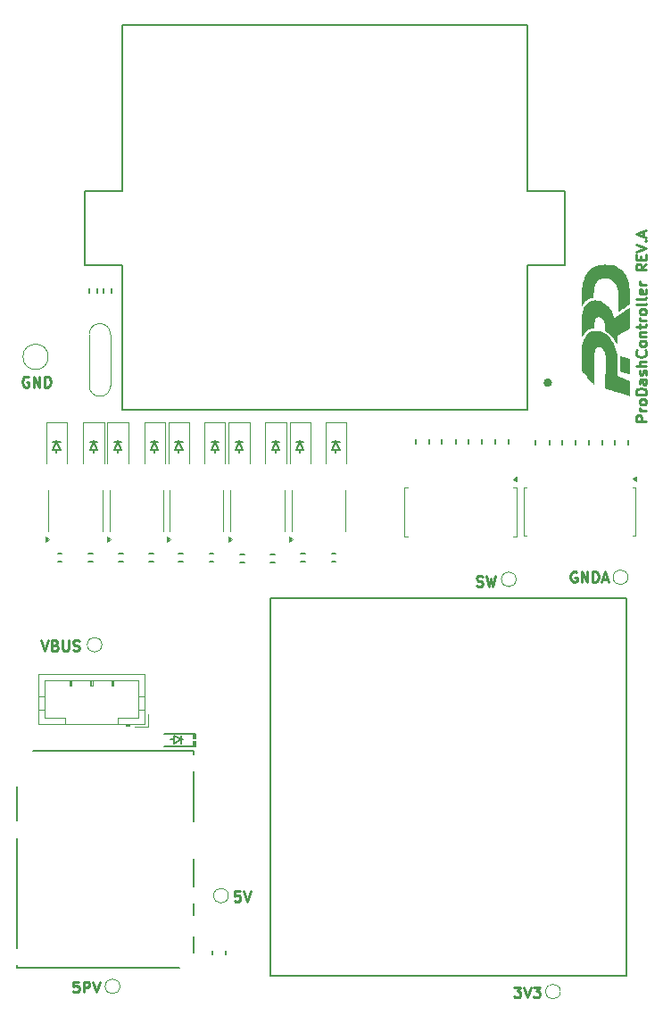
<source format=gto>
G04 #@! TF.GenerationSoftware,KiCad,Pcbnew,8.0.2-8.0.2-0~ubuntu22.04.1*
G04 #@! TF.CreationDate,2024-05-24T23:59:44+00:00*
G04 #@! TF.ProjectId,PRODashController,50524f44-6173-4684-936f-6e74726f6c6c,rev?*
G04 #@! TF.SameCoordinates,Original*
G04 #@! TF.FileFunction,Legend,Top*
G04 #@! TF.FilePolarity,Positive*
%FSLAX46Y46*%
G04 Gerber Fmt 4.6, Leading zero omitted, Abs format (unit mm)*
G04 Created by KiCad (PCBNEW 8.0.2-8.0.2-0~ubuntu22.04.1) date 2024-05-24 23:59:44*
%MOMM*%
%LPD*%
G01*
G04 APERTURE LIST*
%ADD10C,0.250000*%
%ADD11C,0.120000*%
%ADD12C,0.170000*%
%ADD13C,0.200000*%
%ADD14C,0.127000*%
%ADD15C,0.400000*%
%ADD16C,0.203200*%
%ADD17C,0.000000*%
%ADD18C,0.150000*%
G04 APERTURE END LIST*
D10*
X45954949Y45083000D02*
X46097806Y45035381D01*
X46097806Y45035381D02*
X46335901Y45035381D01*
X46335901Y45035381D02*
X46431139Y45083000D01*
X46431139Y45083000D02*
X46478758Y45130620D01*
X46478758Y45130620D02*
X46526377Y45225858D01*
X46526377Y45225858D02*
X46526377Y45321096D01*
X46526377Y45321096D02*
X46478758Y45416334D01*
X46478758Y45416334D02*
X46431139Y45463953D01*
X46431139Y45463953D02*
X46335901Y45511572D01*
X46335901Y45511572D02*
X46145425Y45559191D01*
X46145425Y45559191D02*
X46050187Y45606810D01*
X46050187Y45606810D02*
X46002568Y45654429D01*
X46002568Y45654429D02*
X45954949Y45749667D01*
X45954949Y45749667D02*
X45954949Y45844905D01*
X45954949Y45844905D02*
X46002568Y45940143D01*
X46002568Y45940143D02*
X46050187Y45987762D01*
X46050187Y45987762D02*
X46145425Y46035381D01*
X46145425Y46035381D02*
X46383520Y46035381D01*
X46383520Y46035381D02*
X46526377Y45987762D01*
X46859711Y46035381D02*
X47097806Y45035381D01*
X47097806Y45035381D02*
X47288282Y45749667D01*
X47288282Y45749667D02*
X47478758Y45035381D01*
X47478758Y45035381D02*
X47716854Y46035381D01*
X23478758Y16135381D02*
X23002568Y16135381D01*
X23002568Y16135381D02*
X22954949Y15659191D01*
X22954949Y15659191D02*
X23002568Y15706810D01*
X23002568Y15706810D02*
X23097806Y15754429D01*
X23097806Y15754429D02*
X23335901Y15754429D01*
X23335901Y15754429D02*
X23431139Y15706810D01*
X23431139Y15706810D02*
X23478758Y15659191D01*
X23478758Y15659191D02*
X23526377Y15563953D01*
X23526377Y15563953D02*
X23526377Y15325858D01*
X23526377Y15325858D02*
X23478758Y15230620D01*
X23478758Y15230620D02*
X23431139Y15183000D01*
X23431139Y15183000D02*
X23335901Y15135381D01*
X23335901Y15135381D02*
X23097806Y15135381D01*
X23097806Y15135381D02*
X23002568Y15183000D01*
X23002568Y15183000D02*
X22954949Y15230620D01*
X23812092Y16135381D02*
X24145425Y15135381D01*
X24145425Y15135381D02*
X24478758Y16135381D01*
X49507330Y7035381D02*
X50126377Y7035381D01*
X50126377Y7035381D02*
X49793044Y6654429D01*
X49793044Y6654429D02*
X49935901Y6654429D01*
X49935901Y6654429D02*
X50031139Y6606810D01*
X50031139Y6606810D02*
X50078758Y6559191D01*
X50078758Y6559191D02*
X50126377Y6463953D01*
X50126377Y6463953D02*
X50126377Y6225858D01*
X50126377Y6225858D02*
X50078758Y6130620D01*
X50078758Y6130620D02*
X50031139Y6083000D01*
X50031139Y6083000D02*
X49935901Y6035381D01*
X49935901Y6035381D02*
X49650187Y6035381D01*
X49650187Y6035381D02*
X49554949Y6083000D01*
X49554949Y6083000D02*
X49507330Y6130620D01*
X50412092Y7035381D02*
X50745425Y6035381D01*
X50745425Y6035381D02*
X51078758Y7035381D01*
X51316854Y7035381D02*
X51935901Y7035381D01*
X51935901Y7035381D02*
X51602568Y6654429D01*
X51602568Y6654429D02*
X51745425Y6654429D01*
X51745425Y6654429D02*
X51840663Y6606810D01*
X51840663Y6606810D02*
X51888282Y6559191D01*
X51888282Y6559191D02*
X51935901Y6463953D01*
X51935901Y6463953D02*
X51935901Y6225858D01*
X51935901Y6225858D02*
X51888282Y6130620D01*
X51888282Y6130620D02*
X51840663Y6083000D01*
X51840663Y6083000D02*
X51745425Y6035381D01*
X51745425Y6035381D02*
X51459711Y6035381D01*
X51459711Y6035381D02*
X51364473Y6083000D01*
X51364473Y6083000D02*
X51316854Y6130620D01*
X55426377Y46387762D02*
X55331139Y46435381D01*
X55331139Y46435381D02*
X55188282Y46435381D01*
X55188282Y46435381D02*
X55045425Y46387762D01*
X55045425Y46387762D02*
X54950187Y46292524D01*
X54950187Y46292524D02*
X54902568Y46197286D01*
X54902568Y46197286D02*
X54854949Y46006810D01*
X54854949Y46006810D02*
X54854949Y45863953D01*
X54854949Y45863953D02*
X54902568Y45673477D01*
X54902568Y45673477D02*
X54950187Y45578239D01*
X54950187Y45578239D02*
X55045425Y45483000D01*
X55045425Y45483000D02*
X55188282Y45435381D01*
X55188282Y45435381D02*
X55283520Y45435381D01*
X55283520Y45435381D02*
X55426377Y45483000D01*
X55426377Y45483000D02*
X55473996Y45530620D01*
X55473996Y45530620D02*
X55473996Y45863953D01*
X55473996Y45863953D02*
X55283520Y45863953D01*
X55902568Y45435381D02*
X55902568Y46435381D01*
X55902568Y46435381D02*
X56473996Y45435381D01*
X56473996Y45435381D02*
X56473996Y46435381D01*
X56950187Y45435381D02*
X56950187Y46435381D01*
X56950187Y46435381D02*
X57188282Y46435381D01*
X57188282Y46435381D02*
X57331139Y46387762D01*
X57331139Y46387762D02*
X57426377Y46292524D01*
X57426377Y46292524D02*
X57473996Y46197286D01*
X57473996Y46197286D02*
X57521615Y46006810D01*
X57521615Y46006810D02*
X57521615Y45863953D01*
X57521615Y45863953D02*
X57473996Y45673477D01*
X57473996Y45673477D02*
X57426377Y45578239D01*
X57426377Y45578239D02*
X57331139Y45483000D01*
X57331139Y45483000D02*
X57188282Y45435381D01*
X57188282Y45435381D02*
X56950187Y45435381D01*
X57902568Y45721096D02*
X58378758Y45721096D01*
X57807330Y45435381D02*
X58140663Y46435381D01*
X58140663Y46435381D02*
X58473996Y45435381D01*
X3426377Y64887762D02*
X3331139Y64935381D01*
X3331139Y64935381D02*
X3188282Y64935381D01*
X3188282Y64935381D02*
X3045425Y64887762D01*
X3045425Y64887762D02*
X2950187Y64792524D01*
X2950187Y64792524D02*
X2902568Y64697286D01*
X2902568Y64697286D02*
X2854949Y64506810D01*
X2854949Y64506810D02*
X2854949Y64363953D01*
X2854949Y64363953D02*
X2902568Y64173477D01*
X2902568Y64173477D02*
X2950187Y64078239D01*
X2950187Y64078239D02*
X3045425Y63983000D01*
X3045425Y63983000D02*
X3188282Y63935381D01*
X3188282Y63935381D02*
X3283520Y63935381D01*
X3283520Y63935381D02*
X3426377Y63983000D01*
X3426377Y63983000D02*
X3473996Y64030620D01*
X3473996Y64030620D02*
X3473996Y64363953D01*
X3473996Y64363953D02*
X3283520Y64363953D01*
X3902568Y63935381D02*
X3902568Y64935381D01*
X3902568Y64935381D02*
X4473996Y63935381D01*
X4473996Y63935381D02*
X4473996Y64935381D01*
X4950187Y63935381D02*
X4950187Y64935381D01*
X4950187Y64935381D02*
X5188282Y64935381D01*
X5188282Y64935381D02*
X5331139Y64887762D01*
X5331139Y64887762D02*
X5426377Y64792524D01*
X5426377Y64792524D02*
X5473996Y64697286D01*
X5473996Y64697286D02*
X5521615Y64506810D01*
X5521615Y64506810D02*
X5521615Y64363953D01*
X5521615Y64363953D02*
X5473996Y64173477D01*
X5473996Y64173477D02*
X5426377Y64078239D01*
X5426377Y64078239D02*
X5331139Y63983000D01*
X5331139Y63983000D02*
X5188282Y63935381D01*
X5188282Y63935381D02*
X4950187Y63935381D01*
X62064619Y60702569D02*
X61064619Y60702569D01*
X61064619Y60702569D02*
X61064619Y61083521D01*
X61064619Y61083521D02*
X61112238Y61178759D01*
X61112238Y61178759D02*
X61159857Y61226378D01*
X61159857Y61226378D02*
X61255095Y61273997D01*
X61255095Y61273997D02*
X61397952Y61273997D01*
X61397952Y61273997D02*
X61493190Y61226378D01*
X61493190Y61226378D02*
X61540809Y61178759D01*
X61540809Y61178759D02*
X61588428Y61083521D01*
X61588428Y61083521D02*
X61588428Y60702569D01*
X62064619Y61702569D02*
X61397952Y61702569D01*
X61588428Y61702569D02*
X61493190Y61750188D01*
X61493190Y61750188D02*
X61445571Y61797807D01*
X61445571Y61797807D02*
X61397952Y61893045D01*
X61397952Y61893045D02*
X61397952Y61988283D01*
X62064619Y62464474D02*
X62017000Y62369236D01*
X62017000Y62369236D02*
X61969380Y62321617D01*
X61969380Y62321617D02*
X61874142Y62273998D01*
X61874142Y62273998D02*
X61588428Y62273998D01*
X61588428Y62273998D02*
X61493190Y62321617D01*
X61493190Y62321617D02*
X61445571Y62369236D01*
X61445571Y62369236D02*
X61397952Y62464474D01*
X61397952Y62464474D02*
X61397952Y62607331D01*
X61397952Y62607331D02*
X61445571Y62702569D01*
X61445571Y62702569D02*
X61493190Y62750188D01*
X61493190Y62750188D02*
X61588428Y62797807D01*
X61588428Y62797807D02*
X61874142Y62797807D01*
X61874142Y62797807D02*
X61969380Y62750188D01*
X61969380Y62750188D02*
X62017000Y62702569D01*
X62017000Y62702569D02*
X62064619Y62607331D01*
X62064619Y62607331D02*
X62064619Y62464474D01*
X62064619Y63226379D02*
X61064619Y63226379D01*
X61064619Y63226379D02*
X61064619Y63464474D01*
X61064619Y63464474D02*
X61112238Y63607331D01*
X61112238Y63607331D02*
X61207476Y63702569D01*
X61207476Y63702569D02*
X61302714Y63750188D01*
X61302714Y63750188D02*
X61493190Y63797807D01*
X61493190Y63797807D02*
X61636047Y63797807D01*
X61636047Y63797807D02*
X61826523Y63750188D01*
X61826523Y63750188D02*
X61921761Y63702569D01*
X61921761Y63702569D02*
X62017000Y63607331D01*
X62017000Y63607331D02*
X62064619Y63464474D01*
X62064619Y63464474D02*
X62064619Y63226379D01*
X62064619Y64654950D02*
X61540809Y64654950D01*
X61540809Y64654950D02*
X61445571Y64607331D01*
X61445571Y64607331D02*
X61397952Y64512093D01*
X61397952Y64512093D02*
X61397952Y64321617D01*
X61397952Y64321617D02*
X61445571Y64226379D01*
X62017000Y64654950D02*
X62064619Y64559712D01*
X62064619Y64559712D02*
X62064619Y64321617D01*
X62064619Y64321617D02*
X62017000Y64226379D01*
X62017000Y64226379D02*
X61921761Y64178760D01*
X61921761Y64178760D02*
X61826523Y64178760D01*
X61826523Y64178760D02*
X61731285Y64226379D01*
X61731285Y64226379D02*
X61683666Y64321617D01*
X61683666Y64321617D02*
X61683666Y64559712D01*
X61683666Y64559712D02*
X61636047Y64654950D01*
X62017000Y65083522D02*
X62064619Y65178760D01*
X62064619Y65178760D02*
X62064619Y65369236D01*
X62064619Y65369236D02*
X62017000Y65464474D01*
X62017000Y65464474D02*
X61921761Y65512093D01*
X61921761Y65512093D02*
X61874142Y65512093D01*
X61874142Y65512093D02*
X61778904Y65464474D01*
X61778904Y65464474D02*
X61731285Y65369236D01*
X61731285Y65369236D02*
X61731285Y65226379D01*
X61731285Y65226379D02*
X61683666Y65131141D01*
X61683666Y65131141D02*
X61588428Y65083522D01*
X61588428Y65083522D02*
X61540809Y65083522D01*
X61540809Y65083522D02*
X61445571Y65131141D01*
X61445571Y65131141D02*
X61397952Y65226379D01*
X61397952Y65226379D02*
X61397952Y65369236D01*
X61397952Y65369236D02*
X61445571Y65464474D01*
X62064619Y65940665D02*
X61064619Y65940665D01*
X62064619Y66369236D02*
X61540809Y66369236D01*
X61540809Y66369236D02*
X61445571Y66321617D01*
X61445571Y66321617D02*
X61397952Y66226379D01*
X61397952Y66226379D02*
X61397952Y66083522D01*
X61397952Y66083522D02*
X61445571Y65988284D01*
X61445571Y65988284D02*
X61493190Y65940665D01*
X61969380Y67416855D02*
X62017000Y67369236D01*
X62017000Y67369236D02*
X62064619Y67226379D01*
X62064619Y67226379D02*
X62064619Y67131141D01*
X62064619Y67131141D02*
X62017000Y66988284D01*
X62017000Y66988284D02*
X61921761Y66893046D01*
X61921761Y66893046D02*
X61826523Y66845427D01*
X61826523Y66845427D02*
X61636047Y66797808D01*
X61636047Y66797808D02*
X61493190Y66797808D01*
X61493190Y66797808D02*
X61302714Y66845427D01*
X61302714Y66845427D02*
X61207476Y66893046D01*
X61207476Y66893046D02*
X61112238Y66988284D01*
X61112238Y66988284D02*
X61064619Y67131141D01*
X61064619Y67131141D02*
X61064619Y67226379D01*
X61064619Y67226379D02*
X61112238Y67369236D01*
X61112238Y67369236D02*
X61159857Y67416855D01*
X62064619Y67988284D02*
X62017000Y67893046D01*
X62017000Y67893046D02*
X61969380Y67845427D01*
X61969380Y67845427D02*
X61874142Y67797808D01*
X61874142Y67797808D02*
X61588428Y67797808D01*
X61588428Y67797808D02*
X61493190Y67845427D01*
X61493190Y67845427D02*
X61445571Y67893046D01*
X61445571Y67893046D02*
X61397952Y67988284D01*
X61397952Y67988284D02*
X61397952Y68131141D01*
X61397952Y68131141D02*
X61445571Y68226379D01*
X61445571Y68226379D02*
X61493190Y68273998D01*
X61493190Y68273998D02*
X61588428Y68321617D01*
X61588428Y68321617D02*
X61874142Y68321617D01*
X61874142Y68321617D02*
X61969380Y68273998D01*
X61969380Y68273998D02*
X62017000Y68226379D01*
X62017000Y68226379D02*
X62064619Y68131141D01*
X62064619Y68131141D02*
X62064619Y67988284D01*
X61397952Y68750189D02*
X62064619Y68750189D01*
X61493190Y68750189D02*
X61445571Y68797808D01*
X61445571Y68797808D02*
X61397952Y68893046D01*
X61397952Y68893046D02*
X61397952Y69035903D01*
X61397952Y69035903D02*
X61445571Y69131141D01*
X61445571Y69131141D02*
X61540809Y69178760D01*
X61540809Y69178760D02*
X62064619Y69178760D01*
X61397952Y69512094D02*
X61397952Y69893046D01*
X61064619Y69654951D02*
X61921761Y69654951D01*
X61921761Y69654951D02*
X62017000Y69702570D01*
X62017000Y69702570D02*
X62064619Y69797808D01*
X62064619Y69797808D02*
X62064619Y69893046D01*
X62064619Y70226380D02*
X61397952Y70226380D01*
X61588428Y70226380D02*
X61493190Y70273999D01*
X61493190Y70273999D02*
X61445571Y70321618D01*
X61445571Y70321618D02*
X61397952Y70416856D01*
X61397952Y70416856D02*
X61397952Y70512094D01*
X62064619Y70988285D02*
X62017000Y70893047D01*
X62017000Y70893047D02*
X61969380Y70845428D01*
X61969380Y70845428D02*
X61874142Y70797809D01*
X61874142Y70797809D02*
X61588428Y70797809D01*
X61588428Y70797809D02*
X61493190Y70845428D01*
X61493190Y70845428D02*
X61445571Y70893047D01*
X61445571Y70893047D02*
X61397952Y70988285D01*
X61397952Y70988285D02*
X61397952Y71131142D01*
X61397952Y71131142D02*
X61445571Y71226380D01*
X61445571Y71226380D02*
X61493190Y71273999D01*
X61493190Y71273999D02*
X61588428Y71321618D01*
X61588428Y71321618D02*
X61874142Y71321618D01*
X61874142Y71321618D02*
X61969380Y71273999D01*
X61969380Y71273999D02*
X62017000Y71226380D01*
X62017000Y71226380D02*
X62064619Y71131142D01*
X62064619Y71131142D02*
X62064619Y70988285D01*
X62064619Y71893047D02*
X62017000Y71797809D01*
X62017000Y71797809D02*
X61921761Y71750190D01*
X61921761Y71750190D02*
X61064619Y71750190D01*
X62064619Y72416857D02*
X62017000Y72321619D01*
X62017000Y72321619D02*
X61921761Y72274000D01*
X61921761Y72274000D02*
X61064619Y72274000D01*
X62017000Y73178762D02*
X62064619Y73083524D01*
X62064619Y73083524D02*
X62064619Y72893048D01*
X62064619Y72893048D02*
X62017000Y72797810D01*
X62017000Y72797810D02*
X61921761Y72750191D01*
X61921761Y72750191D02*
X61540809Y72750191D01*
X61540809Y72750191D02*
X61445571Y72797810D01*
X61445571Y72797810D02*
X61397952Y72893048D01*
X61397952Y72893048D02*
X61397952Y73083524D01*
X61397952Y73083524D02*
X61445571Y73178762D01*
X61445571Y73178762D02*
X61540809Y73226381D01*
X61540809Y73226381D02*
X61636047Y73226381D01*
X61636047Y73226381D02*
X61731285Y72750191D01*
X62064619Y73654953D02*
X61397952Y73654953D01*
X61588428Y73654953D02*
X61493190Y73702572D01*
X61493190Y73702572D02*
X61445571Y73750191D01*
X61445571Y73750191D02*
X61397952Y73845429D01*
X61397952Y73845429D02*
X61397952Y73940667D01*
X62064619Y75607334D02*
X61588428Y75274001D01*
X62064619Y75035906D02*
X61064619Y75035906D01*
X61064619Y75035906D02*
X61064619Y75416858D01*
X61064619Y75416858D02*
X61112238Y75512096D01*
X61112238Y75512096D02*
X61159857Y75559715D01*
X61159857Y75559715D02*
X61255095Y75607334D01*
X61255095Y75607334D02*
X61397952Y75607334D01*
X61397952Y75607334D02*
X61493190Y75559715D01*
X61493190Y75559715D02*
X61540809Y75512096D01*
X61540809Y75512096D02*
X61588428Y75416858D01*
X61588428Y75416858D02*
X61588428Y75035906D01*
X61540809Y76035906D02*
X61540809Y76369239D01*
X62064619Y76512096D02*
X62064619Y76035906D01*
X62064619Y76035906D02*
X61064619Y76035906D01*
X61064619Y76035906D02*
X61064619Y76512096D01*
X61064619Y76797811D02*
X62064619Y77131144D01*
X62064619Y77131144D02*
X61064619Y77464477D01*
X61969380Y77797811D02*
X62017000Y77845430D01*
X62017000Y77845430D02*
X62064619Y77797811D01*
X62064619Y77797811D02*
X62017000Y77750192D01*
X62017000Y77750192D02*
X61969380Y77797811D01*
X61969380Y77797811D02*
X62064619Y77797811D01*
X61778904Y78226382D02*
X61778904Y78702572D01*
X62064619Y78131144D02*
X61064619Y78464477D01*
X61064619Y78464477D02*
X62064619Y78797810D01*
X4659711Y39935381D02*
X4993044Y38935381D01*
X4993044Y38935381D02*
X5326377Y39935381D01*
X5993044Y39459191D02*
X6135901Y39411572D01*
X6135901Y39411572D02*
X6183520Y39363953D01*
X6183520Y39363953D02*
X6231139Y39268715D01*
X6231139Y39268715D02*
X6231139Y39125858D01*
X6231139Y39125858D02*
X6183520Y39030620D01*
X6183520Y39030620D02*
X6135901Y38983000D01*
X6135901Y38983000D02*
X6040663Y38935381D01*
X6040663Y38935381D02*
X5659711Y38935381D01*
X5659711Y38935381D02*
X5659711Y39935381D01*
X5659711Y39935381D02*
X5993044Y39935381D01*
X5993044Y39935381D02*
X6088282Y39887762D01*
X6088282Y39887762D02*
X6135901Y39840143D01*
X6135901Y39840143D02*
X6183520Y39744905D01*
X6183520Y39744905D02*
X6183520Y39649667D01*
X6183520Y39649667D02*
X6135901Y39554429D01*
X6135901Y39554429D02*
X6088282Y39506810D01*
X6088282Y39506810D02*
X5993044Y39459191D01*
X5993044Y39459191D02*
X5659711Y39459191D01*
X6659711Y39935381D02*
X6659711Y39125858D01*
X6659711Y39125858D02*
X6707330Y39030620D01*
X6707330Y39030620D02*
X6754949Y38983000D01*
X6754949Y38983000D02*
X6850187Y38935381D01*
X6850187Y38935381D02*
X7040663Y38935381D01*
X7040663Y38935381D02*
X7135901Y38983000D01*
X7135901Y38983000D02*
X7183520Y39030620D01*
X7183520Y39030620D02*
X7231139Y39125858D01*
X7231139Y39125858D02*
X7231139Y39935381D01*
X7659711Y38983000D02*
X7802568Y38935381D01*
X7802568Y38935381D02*
X8040663Y38935381D01*
X8040663Y38935381D02*
X8135901Y38983000D01*
X8135901Y38983000D02*
X8183520Y39030620D01*
X8183520Y39030620D02*
X8231139Y39125858D01*
X8231139Y39125858D02*
X8231139Y39221096D01*
X8231139Y39221096D02*
X8183520Y39316334D01*
X8183520Y39316334D02*
X8135901Y39363953D01*
X8135901Y39363953D02*
X8040663Y39411572D01*
X8040663Y39411572D02*
X7850187Y39459191D01*
X7850187Y39459191D02*
X7754949Y39506810D01*
X7754949Y39506810D02*
X7707330Y39554429D01*
X7707330Y39554429D02*
X7659711Y39649667D01*
X7659711Y39649667D02*
X7659711Y39744905D01*
X7659711Y39744905D02*
X7707330Y39840143D01*
X7707330Y39840143D02*
X7754949Y39887762D01*
X7754949Y39887762D02*
X7850187Y39935381D01*
X7850187Y39935381D02*
X8088282Y39935381D01*
X8088282Y39935381D02*
X8231139Y39887762D01*
X8178758Y7535381D02*
X7702568Y7535381D01*
X7702568Y7535381D02*
X7654949Y7059191D01*
X7654949Y7059191D02*
X7702568Y7106810D01*
X7702568Y7106810D02*
X7797806Y7154429D01*
X7797806Y7154429D02*
X8035901Y7154429D01*
X8035901Y7154429D02*
X8131139Y7106810D01*
X8131139Y7106810D02*
X8178758Y7059191D01*
X8178758Y7059191D02*
X8226377Y6963953D01*
X8226377Y6963953D02*
X8226377Y6725858D01*
X8226377Y6725858D02*
X8178758Y6630620D01*
X8178758Y6630620D02*
X8131139Y6583000D01*
X8131139Y6583000D02*
X8035901Y6535381D01*
X8035901Y6535381D02*
X7797806Y6535381D01*
X7797806Y6535381D02*
X7702568Y6583000D01*
X7702568Y6583000D02*
X7654949Y6630620D01*
X8654949Y6535381D02*
X8654949Y7535381D01*
X8654949Y7535381D02*
X9035901Y7535381D01*
X9035901Y7535381D02*
X9131139Y7487762D01*
X9131139Y7487762D02*
X9178758Y7440143D01*
X9178758Y7440143D02*
X9226377Y7344905D01*
X9226377Y7344905D02*
X9226377Y7202048D01*
X9226377Y7202048D02*
X9178758Y7106810D01*
X9178758Y7106810D02*
X9131139Y7059191D01*
X9131139Y7059191D02*
X9035901Y7011572D01*
X9035901Y7011572D02*
X8654949Y7011572D01*
X9512092Y7535381D02*
X9845425Y6535381D01*
X9845425Y6535381D02*
X10178758Y7535381D01*
D11*
G04 #@! TO.C,D7*
X28200000Y60600000D02*
X28200000Y56700000D01*
D12*
X28850000Y58700000D02*
X29550000Y58700000D01*
X28850000Y58000000D02*
X29550000Y58000000D01*
X29200000Y58900000D02*
X29200000Y58700000D01*
X29200000Y58700000D02*
X28850000Y58000000D01*
X29200000Y58700000D02*
X29550000Y58000000D01*
X29200000Y58000000D02*
X29200000Y57700000D01*
D11*
X30200000Y60600000D02*
X28200000Y60600000D01*
X30200000Y60600000D02*
X30200000Y56700000D01*
G04 #@! TO.C,U4*
X28405000Y52225000D02*
X28405000Y54175000D01*
X28405000Y52225000D02*
X28405000Y50275000D01*
X33525000Y52225000D02*
X33525000Y54175000D01*
X33525000Y52225000D02*
X33525000Y50275000D01*
X28500000Y49525000D02*
X28170000Y49285000D01*
X28170000Y49765000D01*
X28500000Y49525000D01*
G36*
X28500000Y49525000D02*
G01*
X28170000Y49285000D01*
X28170000Y49765000D01*
X28500000Y49525000D01*
G37*
G04 #@! TO.C,J2*
X4340000Y36710000D02*
X4340000Y31990000D01*
X4340000Y34600000D02*
X4950000Y34600000D01*
X4340000Y33300000D02*
X4950000Y33300000D01*
X4340000Y31990000D02*
X14460000Y31990000D01*
X4950000Y36100000D02*
X4950000Y32600000D01*
X4950000Y32600000D02*
X6900000Y32600000D01*
X6900000Y32600000D02*
X6900000Y31990000D01*
X7300000Y35600000D02*
X7300000Y36100000D01*
X7400000Y36100000D02*
X7400000Y35600000D01*
X7500000Y36100000D02*
X7500000Y35600000D01*
X7500000Y35600000D02*
X7300000Y35600000D01*
X9300000Y35600000D02*
X9300000Y36100000D01*
X9400000Y36100000D02*
X9400000Y35600000D01*
X9500000Y36100000D02*
X9500000Y35600000D01*
X9500000Y35600000D02*
X9300000Y35600000D01*
X11300000Y35600000D02*
X11300000Y36100000D01*
X11400000Y36100000D02*
X11400000Y35600000D01*
X11500000Y36100000D02*
X11500000Y35600000D01*
X11500000Y35600000D02*
X11300000Y35600000D01*
X11900000Y32600000D02*
X13850000Y32600000D01*
X11900000Y31990000D02*
X11900000Y32600000D01*
X12700000Y31990000D02*
X12700000Y31790000D01*
X12700000Y31890000D02*
X13000000Y31890000D01*
X12700000Y31790000D02*
X13000000Y31790000D01*
X13000000Y31790000D02*
X13000000Y31990000D01*
X13510000Y31690000D02*
X14760000Y31690000D01*
X13850000Y36100000D02*
X4950000Y36100000D01*
X13850000Y32600000D02*
X13850000Y36100000D01*
X14460000Y36710000D02*
X4340000Y36710000D01*
X14460000Y34600000D02*
X13850000Y34600000D01*
X14460000Y33300000D02*
X13850000Y33300000D01*
X14460000Y31990000D02*
X14460000Y36710000D01*
X14760000Y31690000D02*
X14760000Y32940000D01*
G04 #@! TO.C,TP4*
X12100000Y7100000D02*
G75*
G02*
X10700000Y7100000I-700000J0D01*
G01*
X10700000Y7100000D02*
G75*
G02*
X12100000Y7100000I700000J0D01*
G01*
D13*
G04 #@! TO.C,R21*
X51559999Y58480021D02*
X51559999Y58880021D01*
X52862927Y58475632D02*
X52862927Y58875632D01*
D11*
G04 #@! TO.C,D10*
X8600000Y60600000D02*
X8600000Y56700000D01*
D12*
X9250000Y58700000D02*
X9950000Y58700000D01*
X9250000Y58000000D02*
X9950000Y58000000D01*
X9600000Y58900000D02*
X9600000Y58700000D01*
X9600000Y58700000D02*
X9250000Y58000000D01*
X9600000Y58700000D02*
X9950000Y58000000D01*
X9600000Y58000000D02*
X9600000Y57700000D01*
D11*
X10600000Y60600000D02*
X8600000Y60600000D01*
X10600000Y60600000D02*
X10600000Y56700000D01*
D14*
G04 #@! TO.C,J1*
X8800000Y82500000D02*
X8800000Y75500000D01*
X8800000Y75500000D02*
X12300000Y75500000D01*
X12300000Y98250000D02*
X12300000Y82500000D01*
X12300000Y82500000D02*
X8800000Y82500000D01*
X12300000Y75500000D02*
X12300000Y61750000D01*
X12300000Y61750000D02*
X50800000Y61750000D01*
X50800000Y98250000D02*
X12300000Y98250000D01*
X50800000Y82500000D02*
X50800000Y98250000D01*
X50802600Y75500000D02*
X54300000Y75500000D01*
X50802600Y61752440D02*
X50802600Y75500000D01*
X54300000Y82500000D02*
X50800000Y82500000D01*
X54300000Y75500000D02*
X54300000Y82500000D01*
D15*
X52904500Y64352000D02*
G75*
G02*
X52504500Y64352000I-200000J0D01*
G01*
X52504500Y64352000D02*
G75*
G02*
X52904500Y64352000I200000J0D01*
G01*
D16*
G04 #@! TO.C,R1*
X11998944Y47379160D02*
X12398943Y47379149D01*
X12000000Y48124995D02*
X12400000Y48124985D01*
D13*
G04 #@! TO.C,R16*
X42667927Y58592500D02*
X42667927Y58992500D01*
X43970855Y58588111D02*
X43970855Y58988111D01*
D11*
G04 #@! TO.C,TP11*
X49700000Y45700000D02*
G75*
G02*
X48300000Y45700000I-700000J0D01*
G01*
X48300000Y45700000D02*
G75*
G02*
X49700000Y45700000I700000J0D01*
G01*
G04 #@! TO.C,TP3*
X5300000Y66800000D02*
G75*
G02*
X2900000Y66800000I-1200000J0D01*
G01*
X2900000Y66800000D02*
G75*
G02*
X5300000Y66800000I1200000J0D01*
G01*
D16*
G04 #@! TO.C,R11*
X9229160Y73301056D02*
X9229149Y72901057D01*
X9974995Y73300000D02*
X9974985Y72900000D01*
D11*
G04 #@! TO.C,U3*
X22605000Y52225000D02*
X22605000Y54175000D01*
X22605000Y52225000D02*
X22605000Y50275000D01*
X27725000Y52225000D02*
X27725000Y54175000D01*
X27725000Y52225000D02*
X27725000Y50275000D01*
X22700000Y49525000D02*
X22370000Y49285000D01*
X22370000Y49765000D01*
X22700000Y49525000D01*
G36*
X22700000Y49525000D02*
G01*
X22370000Y49285000D01*
X22370000Y49765000D01*
X22700000Y49525000D01*
G37*
D16*
G04 #@! TO.C,R12*
X10525005Y72900000D02*
X10525015Y73300000D01*
X11270840Y72898944D02*
X11270851Y73298943D01*
D11*
G04 #@! TO.C,U5*
X5305000Y52225000D02*
X5305000Y54175000D01*
X5305000Y52225000D02*
X5305000Y50275000D01*
X10425000Y52225000D02*
X10425000Y54175000D01*
X10425000Y52225000D02*
X10425000Y50275000D01*
X5400000Y49525000D02*
X5070000Y49285000D01*
X5070000Y49765000D01*
X5400000Y49525000D01*
G36*
X5400000Y49525000D02*
G01*
X5070000Y49285000D01*
X5070000Y49765000D01*
X5400000Y49525000D01*
G37*
G04 #@! TO.C,D1*
X10900000Y60600000D02*
X10900000Y56700000D01*
D12*
X11550000Y58700000D02*
X12250000Y58700000D01*
X11550000Y58000000D02*
X12250000Y58000000D01*
X11900000Y58900000D02*
X11900000Y58700000D01*
X11900000Y58700000D02*
X11550000Y58000000D01*
X11900000Y58700000D02*
X12250000Y58000000D01*
X11900000Y58000000D02*
X11900000Y57700000D01*
D11*
X12900000Y60600000D02*
X10900000Y60600000D01*
X12900000Y60600000D02*
X12900000Y56700000D01*
D16*
G04 #@! TO.C,R3*
X17698944Y47379160D02*
X18098943Y47379149D01*
X17700000Y48124995D02*
X18100000Y48124985D01*
D11*
G04 #@! TO.C,D6*
X25900000Y60600000D02*
X25900000Y56700000D01*
D12*
X26550000Y58700000D02*
X27250000Y58700000D01*
X26550000Y58000000D02*
X27250000Y58000000D01*
X26900000Y58900000D02*
X26900000Y58700000D01*
X26900000Y58700000D02*
X26550000Y58000000D01*
X26900000Y58700000D02*
X27250000Y58000000D01*
X26900000Y58000000D02*
X26900000Y57700000D01*
D11*
X27900000Y60600000D02*
X25900000Y60600000D01*
X27900000Y60600000D02*
X27900000Y56700000D01*
D13*
G04 #@! TO.C,M2*
X2324999Y22824999D02*
X2324999Y26025002D01*
X2324999Y10724999D02*
X2324999Y21125001D01*
X2324999Y8824999D02*
X2324999Y9124999D01*
X2324999Y8824999D02*
X17724999Y8824999D01*
X3824999Y29424997D02*
X19124998Y29424999D01*
X19124996Y22725001D02*
X19124996Y27525001D01*
X19124996Y16524999D02*
X19124996Y19224999D01*
X19124996Y13825001D02*
X19124996Y14925004D01*
X19124996Y10274999D02*
X19125001Y11824999D01*
X19124998Y29125001D02*
X19124998Y29424999D01*
D16*
G04 #@! TO.C,R9*
X6198944Y47379160D02*
X6598943Y47379149D01*
X6200000Y48124995D02*
X6600000Y48124985D01*
D11*
G04 #@! TO.C,TP2*
X22400000Y15700000D02*
G75*
G02*
X21000000Y15700000I-700000J0D01*
G01*
X21000000Y15700000D02*
G75*
G02*
X22400000Y15700000I700000J0D01*
G01*
G04 #@! TO.C,TP7*
X53900000Y6600000D02*
G75*
G02*
X52500000Y6600000I-700000J0D01*
G01*
X52500000Y6600000D02*
G75*
G02*
X53900000Y6600000I700000J0D01*
G01*
D13*
G04 #@! TO.C,R15*
X45170855Y58592500D02*
X45170855Y58992500D01*
X46473783Y58588111D02*
X46473783Y58988111D01*
G04 #@! TO.C,R20*
X54062927Y58480021D02*
X54062927Y58880021D01*
X55365855Y58475632D02*
X55365855Y58875632D01*
D17*
G04 #@! TO.C,G2*
G36*
X59565792Y66861776D02*
G01*
X59597874Y66853349D01*
X59647950Y66839750D01*
X59713616Y66821643D01*
X59792472Y66799691D01*
X59882114Y66774561D01*
X59980139Y66746914D01*
X60025413Y66734093D01*
X60493620Y66601345D01*
X60496672Y65864238D01*
X60499726Y65127130D01*
X60472966Y65133970D01*
X60455768Y65138706D01*
X60418487Y65149201D01*
X60363827Y65164690D01*
X60294495Y65184399D01*
X60213195Y65207563D01*
X60122634Y65233411D01*
X60025517Y65261173D01*
X60019486Y65262899D01*
X59592766Y65384989D01*
X59589987Y65555605D01*
X59589022Y65603128D01*
X59587369Y65671040D01*
X59585120Y65756037D01*
X59582370Y65854813D01*
X59579212Y65964064D01*
X59575740Y66080486D01*
X59572046Y66200774D01*
X59569107Y66294056D01*
X59565551Y66407619D01*
X59562354Y66513711D01*
X59559575Y66610027D01*
X59557275Y66694264D01*
X59555515Y66764116D01*
X59554355Y66817280D01*
X59553858Y66851452D01*
X59554081Y66864327D01*
X59554106Y66864367D01*
X59565792Y66861776D01*
G37*
G36*
X58309575Y75536417D02*
G01*
X58419939Y75532562D01*
X58522148Y75526758D01*
X58610910Y75519051D01*
X58620068Y75518039D01*
X58763679Y75499722D01*
X58889540Y75478529D01*
X59001934Y75452696D01*
X59105144Y75420464D01*
X59203454Y75380069D01*
X59301144Y75329751D01*
X59402497Y75267748D01*
X59511797Y75192300D01*
X59633327Y75101645D01*
X59634253Y75100936D01*
X59794374Y74963927D01*
X59936938Y74811585D01*
X60062093Y74643653D01*
X60169988Y74459880D01*
X60260771Y74260011D01*
X60334591Y74043791D01*
X60391598Y73810967D01*
X60392589Y73806034D01*
X60408254Y73726104D01*
X60421594Y73653395D01*
X60432801Y73585119D01*
X60442070Y73518482D01*
X60449595Y73450696D01*
X60455571Y73378967D01*
X60460191Y73300506D01*
X60463649Y73212521D01*
X60466140Y73112223D01*
X60467858Y72996818D01*
X60468997Y72863517D01*
X60469751Y72709528D01*
X60469801Y72695980D01*
X60470109Y72571357D01*
X60470129Y72449139D01*
X60469881Y72332305D01*
X60469383Y72223837D01*
X60468655Y72126714D01*
X60467713Y72043918D01*
X60466576Y71978427D01*
X60465264Y71933224D01*
X60465057Y71928465D01*
X60458060Y71777323D01*
X60155800Y71568732D01*
X60066014Y71506934D01*
X59969173Y71440561D01*
X59870683Y71373302D01*
X59775954Y71308843D01*
X59690396Y71250874D01*
X59625363Y71207069D01*
X59397186Y71053997D01*
X59397186Y71153128D01*
X59397686Y71187688D01*
X59399111Y71242577D01*
X59401347Y71314441D01*
X59404275Y71399923D01*
X59407784Y71495671D01*
X59411756Y71598329D01*
X59416078Y71704542D01*
X59416198Y71707419D01*
X59424701Y71955213D01*
X59428439Y72181475D01*
X59427223Y72387934D01*
X59420868Y72576318D01*
X59409185Y72748356D01*
X59391988Y72905776D01*
X59369089Y73050307D01*
X59340302Y73183678D01*
X59305438Y73307616D01*
X59264312Y73423851D01*
X59218950Y73529397D01*
X59134219Y73684016D01*
X59032479Y73822942D01*
X58914722Y73945154D01*
X58781942Y74049635D01*
X58635131Y74135366D01*
X58621808Y74141867D01*
X58499537Y74195291D01*
X58386302Y74232643D01*
X58275382Y74255566D01*
X58160058Y74265704D01*
X58111611Y74266546D01*
X57952133Y74256648D01*
X57805499Y74227071D01*
X57672007Y74177987D01*
X57551955Y74109567D01*
X57445643Y74021986D01*
X57353372Y73915415D01*
X57275438Y73790028D01*
X57270883Y73781245D01*
X57223735Y73678832D01*
X57183089Y73567277D01*
X57148562Y73444509D01*
X57119770Y73308454D01*
X57096329Y73157039D01*
X57077855Y72988192D01*
X57063963Y72799840D01*
X57055273Y72617637D01*
X57046986Y72397054D01*
X56944891Y72382139D01*
X56790238Y72352839D01*
X56647084Y72312263D01*
X56518344Y72261529D01*
X56406932Y72201756D01*
X56330022Y72146342D01*
X56271374Y72091478D01*
X56212757Y72024037D01*
X56152115Y71941290D01*
X56087391Y71840507D01*
X56042998Y71765493D01*
X56011905Y71711959D01*
X55984595Y71665692D01*
X55963430Y71630631D01*
X55950772Y71610724D01*
X55948693Y71607962D01*
X55945423Y71615976D01*
X55942087Y71644934D01*
X55938781Y71692074D01*
X55935598Y71754633D01*
X55932634Y71829849D01*
X55929983Y71914961D01*
X55927740Y72007205D01*
X55926000Y72103819D01*
X55924856Y72202042D01*
X55924405Y72299111D01*
X55924405Y72316673D01*
X55929142Y72638902D01*
X55942940Y72940008D01*
X55965941Y73220837D01*
X55998290Y73482231D01*
X56040129Y73725037D01*
X56091604Y73950097D01*
X56152858Y74158256D01*
X56224034Y74350357D01*
X56298899Y74514622D01*
X56401484Y74697058D01*
X56517119Y74860737D01*
X56646385Y75006045D01*
X56789866Y75133370D01*
X56948146Y75243098D01*
X57121808Y75335617D01*
X57311434Y75411315D01*
X57517609Y75470577D01*
X57740915Y75513790D01*
X57820694Y75524878D01*
X57892437Y75531445D01*
X57982489Y75535838D01*
X58085559Y75538100D01*
X58196352Y75538278D01*
X58309575Y75536417D01*
G37*
G36*
X57364300Y72147731D02*
G01*
X57528212Y72120105D01*
X57695326Y72070789D01*
X57867571Y71999428D01*
X57909594Y71979126D01*
X58089008Y71878390D01*
X58252730Y71761281D01*
X58404439Y71625101D01*
X58437151Y71591705D01*
X58518254Y71502636D01*
X58590242Y71413362D01*
X58655056Y71320434D01*
X58714635Y71220404D01*
X58770919Y71109822D01*
X58825849Y70985240D01*
X58881363Y70843206D01*
X58922742Y70728326D01*
X58945863Y70663570D01*
X58968202Y70603278D01*
X58987794Y70552592D01*
X59002676Y70516657D01*
X59007690Y70505918D01*
X59030376Y70461309D01*
X59098211Y70504345D01*
X59118885Y70517906D01*
X59144948Y70535879D01*
X59177809Y70559316D01*
X59218875Y70589267D01*
X59269551Y70626780D01*
X59331245Y70672905D01*
X59405365Y70728694D01*
X59493315Y70795195D01*
X59596504Y70873457D01*
X59716340Y70964532D01*
X59788346Y71019318D01*
X59907038Y71108218D01*
X60020634Y71190509D01*
X60127230Y71264947D01*
X60224925Y71330289D01*
X60311815Y71385288D01*
X60385996Y71428701D01*
X60445565Y71459283D01*
X60484730Y71474694D01*
X60511400Y71482610D01*
X60508618Y71040274D01*
X60507830Y70926301D01*
X60506800Y70794425D01*
X60505578Y70650452D01*
X60504220Y70500185D01*
X60502776Y70349425D01*
X60501299Y70203978D01*
X60499841Y70069647D01*
X60499728Y70059572D01*
X60493620Y69521205D01*
X60215066Y69350967D01*
X60134053Y69301936D01*
X60052356Y69253359D01*
X59974311Y69207745D01*
X59904250Y69167614D01*
X59846509Y69135477D01*
X59812053Y69117190D01*
X59750434Y69085009D01*
X59685005Y69049662D01*
X59625289Y69016342D01*
X59594798Y68998676D01*
X59539398Y68966959D01*
X59474449Y68931411D01*
X59411770Y68898465D01*
X59396255Y68890593D01*
X59290506Y68837482D01*
X59290506Y68667644D01*
X59290133Y68601960D01*
X59289092Y68519493D01*
X59287506Y68427150D01*
X59285493Y68331843D01*
X59283174Y68240481D01*
X59282939Y68232153D01*
X59275372Y67966500D01*
X59202228Y68108740D01*
X59098702Y68297495D01*
X58991167Y68467595D01*
X58876011Y68624089D01*
X58749622Y68772027D01*
X58662822Y68862888D01*
X58531982Y68987095D01*
X58405752Y69091369D01*
X58281040Y69178200D01*
X58241246Y69202533D01*
X58167821Y69245966D01*
X58161043Y69489305D01*
X58151449Y69676659D01*
X58133487Y69842906D01*
X58106818Y69989248D01*
X58071101Y70116883D01*
X58025997Y70227013D01*
X57971168Y70320836D01*
X57906273Y70399553D01*
X57902337Y70403535D01*
X57825250Y70467706D01*
X57738131Y70514268D01*
X57636619Y70545384D01*
X57602871Y70552001D01*
X57502439Y70561126D01*
X57415643Y70551105D01*
X57342654Y70521987D01*
X57283644Y70473823D01*
X57269732Y70457039D01*
X57231991Y70398545D01*
X57201028Y70329711D01*
X57176141Y70247800D01*
X57156622Y70150077D01*
X57141768Y70033808D01*
X57132797Y69926014D01*
X57123737Y69797006D01*
X57115745Y69691661D01*
X57108815Y69609961D01*
X57102949Y69551887D01*
X57098142Y69517420D01*
X57095003Y69506770D01*
X57081438Y69502572D01*
X57049798Y69496122D01*
X57005488Y69488460D01*
X56975171Y69483729D01*
X56812605Y69452910D01*
X56669502Y69411661D01*
X56543515Y69358839D01*
X56432297Y69293307D01*
X56333503Y69213921D01*
X56258102Y69135353D01*
X56228205Y69099093D01*
X56188401Y69048719D01*
X56142647Y68989347D01*
X56094900Y68926095D01*
X56062350Y68882170D01*
X56021521Y68826726D01*
X55985837Y68778526D01*
X55957532Y68740566D01*
X55938838Y68715841D01*
X55932001Y68707336D01*
X55931723Y68718898D01*
X55931486Y68752423D01*
X55931292Y68806166D01*
X55931142Y68878381D01*
X55931037Y68967325D01*
X55930978Y69071254D01*
X55930967Y69188421D01*
X55931004Y69317082D01*
X55931092Y69455495D01*
X55931230Y69601915D01*
X55931333Y69688197D01*
X55931597Y69874084D01*
X55931956Y70038080D01*
X55932507Y70182005D01*
X55933348Y70307675D01*
X55934579Y70416910D01*
X55936296Y70511525D01*
X55938601Y70593338D01*
X55941590Y70664167D01*
X55945362Y70725829D01*
X55950016Y70780141D01*
X55955650Y70828922D01*
X55962362Y70873989D01*
X55970252Y70917158D01*
X55979418Y70960249D01*
X55989957Y71005078D01*
X56001969Y71053462D01*
X56006237Y71070377D01*
X56064204Y71262195D01*
X56136543Y71436722D01*
X56222790Y71593479D01*
X56322485Y71731986D01*
X56435165Y71851768D01*
X56560367Y71952343D01*
X56697630Y72033234D01*
X56846492Y72093961D01*
X57006491Y72134047D01*
X57038374Y72139330D01*
X57201663Y72154021D01*
X57364300Y72147731D01*
G37*
G36*
X57354395Y69265511D02*
G01*
X57450297Y69256582D01*
X57543097Y69239938D01*
X57642378Y69214078D01*
X57696234Y69197607D01*
X57885014Y69129597D01*
X58055609Y69050456D01*
X58211786Y68958007D01*
X58357312Y68850075D01*
X58467874Y68751808D01*
X58616128Y68595794D01*
X58750267Y68424419D01*
X58870560Y68237043D01*
X58977280Y68033024D01*
X59070697Y67811725D01*
X59151080Y67572503D01*
X59218703Y67314720D01*
X59273832Y67037736D01*
X59316175Y66745607D01*
X59319617Y66704587D01*
X59322683Y66641458D01*
X59325378Y66555991D01*
X59327704Y66447959D01*
X59329666Y66317131D01*
X59331269Y66163279D01*
X59332516Y65986175D01*
X59333390Y65791753D01*
X59336275Y64956432D01*
X59917910Y64738268D01*
X60499546Y64520104D01*
X60499575Y64050436D01*
X60499798Y63933653D01*
X60500421Y63812724D01*
X60501390Y63692406D01*
X60502655Y63577463D01*
X60504166Y63472655D01*
X60505869Y63382743D01*
X60507432Y63321546D01*
X60509913Y63236934D01*
X60511449Y63173180D01*
X60511872Y63127447D01*
X60511015Y63096901D01*
X60508712Y63078703D01*
X60504795Y63070018D01*
X60499097Y63068010D01*
X60492586Y63069480D01*
X60476781Y63074386D01*
X60440749Y63085522D01*
X60386918Y63102138D01*
X60317717Y63123487D01*
X60235575Y63148818D01*
X60142920Y63177383D01*
X60042182Y63208432D01*
X59972073Y63230037D01*
X59841663Y63270413D01*
X59695951Y63315861D01*
X59541472Y63364320D01*
X59384759Y63413732D01*
X59232348Y63462036D01*
X59090773Y63507174D01*
X58988246Y63540092D01*
X58877738Y63575697D01*
X58767578Y63611156D01*
X58661281Y63645344D01*
X58562357Y63677130D01*
X58474323Y63705386D01*
X58400690Y63728983D01*
X58344972Y63746791D01*
X58331410Y63751112D01*
X58160562Y63805477D01*
X58171391Y65038475D01*
X58173535Y65285038D01*
X58175424Y65509087D01*
X58177053Y65711812D01*
X58178414Y65894405D01*
X58179499Y66058056D01*
X58180301Y66203956D01*
X58180813Y66333297D01*
X58181028Y66447269D01*
X58180939Y66547063D01*
X58180538Y66633871D01*
X58179817Y66708882D01*
X58178771Y66773289D01*
X58177391Y66828282D01*
X58175670Y66875051D01*
X58173601Y66914788D01*
X58171177Y66948685D01*
X58168390Y66977931D01*
X58165234Y67003718D01*
X58161700Y67027237D01*
X58159185Y67041940D01*
X58130170Y67177571D01*
X58094419Y67293274D01*
X58050522Y67392223D01*
X57997067Y67477592D01*
X57932642Y67552556D01*
X57931666Y67553535D01*
X57858712Y67615475D01*
X57777133Y67665631D01*
X57690997Y67702840D01*
X57604373Y67725939D01*
X57521328Y67733765D01*
X57445933Y67725156D01*
X57395860Y67706702D01*
X57332066Y67660668D01*
X57275873Y67592924D01*
X57227665Y67504340D01*
X57187823Y67395787D01*
X57156730Y67268136D01*
X57134768Y67122257D01*
X57133287Y67108587D01*
X57130844Y67076502D01*
X57128625Y67028421D01*
X57126625Y66963627D01*
X57124835Y66881407D01*
X57123247Y66781047D01*
X57121856Y66661831D01*
X57120652Y66523046D01*
X57119629Y66363976D01*
X57118779Y66183908D01*
X57118095Y65982126D01*
X57117569Y65757917D01*
X57117261Y65564693D01*
X57117007Y65384044D01*
X57116727Y65210118D01*
X57116424Y65044371D01*
X57116104Y64888260D01*
X57115770Y64743238D01*
X57115427Y64610761D01*
X57115078Y64492286D01*
X57114728Y64389268D01*
X57114382Y64303162D01*
X57114042Y64235424D01*
X57113715Y64187510D01*
X57113402Y64160874D01*
X57113204Y64155657D01*
X57103733Y64164268D01*
X57080091Y64188988D01*
X57043777Y64228131D01*
X56996289Y64280017D01*
X56939126Y64342964D01*
X56873788Y64415288D01*
X56801774Y64495308D01*
X56724581Y64581342D01*
X56643709Y64671708D01*
X56560658Y64764722D01*
X56476925Y64858703D01*
X56394009Y64951970D01*
X56313409Y65042838D01*
X56236626Y65129627D01*
X56165156Y65210653D01*
X56100499Y65284236D01*
X56044154Y65348691D01*
X55997620Y65402337D01*
X55962395Y65443493D01*
X55939979Y65470476D01*
X55931899Y65481489D01*
X55930411Y65497728D01*
X55928951Y65535949D01*
X55927536Y65594430D01*
X55926186Y65671448D01*
X55924918Y65765276D01*
X55923751Y65874195D01*
X55922703Y65996478D01*
X55921792Y66130403D01*
X55921037Y66274245D01*
X55920456Y66426282D01*
X55920068Y66584790D01*
X55920046Y66597440D01*
X55919725Y66790912D01*
X55919508Y66962405D01*
X55919491Y67113648D01*
X55919763Y67246371D01*
X55920420Y67362299D01*
X55921554Y67463163D01*
X55923257Y67550691D01*
X55925624Y67626611D01*
X55928747Y67692651D01*
X55932719Y67750540D01*
X55937633Y67802006D01*
X55943582Y67848779D01*
X55950658Y67892585D01*
X55958957Y67935153D01*
X55968568Y67978212D01*
X55979588Y68023491D01*
X55992107Y68072718D01*
X56001373Y68108740D01*
X56063112Y68313600D01*
X56138126Y68499160D01*
X56226691Y68665943D01*
X56329086Y68814473D01*
X56439295Y68939024D01*
X56559588Y69046291D01*
X56684772Y69131357D01*
X56817085Y69195135D01*
X56958763Y69238538D01*
X57112042Y69262478D01*
X57245807Y69268231D01*
X57354395Y69265511D01*
G37*
D11*
G04 #@! TO.C,U1*
X11105000Y52225000D02*
X11105000Y54175000D01*
X11105000Y52225000D02*
X11105000Y50275000D01*
X16225000Y52225000D02*
X16225000Y54175000D01*
X16225000Y52225000D02*
X16225000Y50275000D01*
X11200000Y49525000D02*
X10870000Y49285000D01*
X10870000Y49765000D01*
X11200000Y49525000D01*
G36*
X11200000Y49525000D02*
G01*
X10870000Y49285000D01*
X10870000Y49765000D01*
X11200000Y49525000D01*
G37*
G04 #@! TO.C,TP1*
X10400000Y39500000D02*
G75*
G02*
X9000000Y39500000I-700000J0D01*
G01*
X9000000Y39500000D02*
G75*
G02*
X10400000Y39500000I700000J0D01*
G01*
D13*
G04 #@! TO.C,R13*
X20847073Y10504389D02*
X20847073Y10104389D01*
X22150001Y10500000D02*
X22150001Y10100000D01*
D11*
G04 #@! TO.C,D8*
X31600000Y60600000D02*
X31600000Y56700000D01*
D12*
X32250000Y58700000D02*
X32950000Y58700000D01*
X32250000Y58000000D02*
X32950000Y58000000D01*
X32600000Y58900000D02*
X32600000Y58700000D01*
X32600000Y58700000D02*
X32250000Y58000000D01*
X32600000Y58700000D02*
X32950000Y58000000D01*
X32600000Y58000000D02*
X32600000Y57700000D01*
D11*
X33600000Y60600000D02*
X31600000Y60600000D01*
X33600000Y60600000D02*
X33600000Y56700000D01*
G04 #@! TO.C,D5*
X22400000Y60600000D02*
X22400000Y56700000D01*
D12*
X23050000Y58700000D02*
X23750000Y58700000D01*
X23050000Y58000000D02*
X23750000Y58000000D01*
X23400000Y58900000D02*
X23400000Y58700000D01*
X23400000Y58700000D02*
X23050000Y58000000D01*
X23400000Y58700000D02*
X23750000Y58000000D01*
X23400000Y58000000D02*
X23400000Y57700000D01*
D11*
X24400000Y60600000D02*
X22400000Y60600000D01*
X24400000Y60600000D02*
X24400000Y56700000D01*
G04 #@! TO.C,D4*
X20100000Y60600000D02*
X20100000Y56700000D01*
D12*
X20750000Y58700000D02*
X21450000Y58700000D01*
X20750000Y58000000D02*
X21450000Y58000000D01*
X21100000Y58900000D02*
X21100000Y58700000D01*
X21100000Y58700000D02*
X20750000Y58000000D01*
X21100000Y58700000D02*
X21450000Y58000000D01*
X21100000Y58000000D02*
X21100000Y57700000D01*
D11*
X22100000Y60600000D02*
X20100000Y60600000D01*
X22100000Y60600000D02*
X22100000Y56700000D01*
G04 #@! TO.C,U6*
X39105000Y54415000D02*
X39385000Y54415000D01*
X39105000Y52105000D02*
X39105000Y54415000D01*
X39105000Y52105000D02*
X39105000Y49795000D01*
X39105000Y49795000D02*
X39385000Y49795000D01*
X49725000Y54415000D02*
X49445000Y54415000D01*
X49725000Y52105000D02*
X49725000Y54415000D01*
X49725000Y52105000D02*
X49725000Y49795000D01*
X49725000Y49795000D02*
X49445000Y49795000D01*
X49775000Y54965000D02*
X49445000Y55205000D01*
X49775000Y55445000D01*
X49775000Y54965000D01*
G36*
X49775000Y54965000D02*
G01*
X49445000Y55205000D01*
X49775000Y55445000D01*
X49775000Y54965000D01*
G37*
D13*
G04 #@! TO.C,R19*
X56565855Y58480021D02*
X56565855Y58880021D01*
X57868783Y58475632D02*
X57868783Y58875632D01*
G04 #@! TO.C,R14*
X47673783Y58592500D02*
X47673783Y58992500D01*
X48976711Y58588111D02*
X48976711Y58988111D01*
D16*
G04 #@! TO.C,R10*
X9500000Y47375005D02*
X9100000Y47375015D01*
X9501056Y48120840D02*
X9101057Y48120851D01*
D11*
G04 #@! TO.C,U2*
X16805000Y52225000D02*
X16805000Y54175000D01*
X16805000Y52225000D02*
X16805000Y50275000D01*
X21925000Y52225000D02*
X21925000Y54175000D01*
X21925000Y52225000D02*
X21925000Y50275000D01*
X16900000Y49525000D02*
X16570000Y49285000D01*
X16570000Y49765000D01*
X16900000Y49525000D01*
G36*
X16900000Y49525000D02*
G01*
X16570000Y49285000D01*
X16570000Y49765000D01*
X16900000Y49525000D01*
G37*
D13*
G04 #@! TO.C,R17*
X40164999Y58592500D02*
X40164999Y58992500D01*
X41467927Y58588111D02*
X41467927Y58988111D01*
D11*
G04 #@! TO.C,D3*
X16700000Y60600000D02*
X16700000Y56700000D01*
D12*
X17350000Y58700000D02*
X18050000Y58700000D01*
X17350000Y58000000D02*
X18050000Y58000000D01*
X17700000Y58900000D02*
X17700000Y58700000D01*
X17700000Y58700000D02*
X17350000Y58000000D01*
X17700000Y58700000D02*
X18050000Y58000000D01*
X17700000Y58000000D02*
X17700000Y57700000D01*
D11*
X18700000Y60600000D02*
X16700000Y60600000D01*
X18700000Y60600000D02*
X18700000Y56700000D01*
D16*
G04 #@! TO.C,R4*
X21000000Y47375005D02*
X20600000Y47375015D01*
X21001056Y48120840D02*
X20601057Y48120851D01*
G04 #@! TO.C,R7*
X26398944Y47329160D02*
X26798943Y47329149D01*
X26400000Y48074995D02*
X26800000Y48074985D01*
G04 #@! TO.C,R2*
X15300000Y47375005D02*
X14900000Y47375015D01*
X15301056Y48120840D02*
X14901057Y48120851D01*
D11*
G04 #@! TO.C,D9*
X5100000Y60600000D02*
X5100000Y56700000D01*
D12*
X5750000Y58700000D02*
X6450000Y58700000D01*
X5750000Y58000000D02*
X6450000Y58000000D01*
X6100000Y58900000D02*
X6100000Y58700000D01*
X6100000Y58700000D02*
X5750000Y58000000D01*
X6100000Y58700000D02*
X6450000Y58000000D01*
X6100000Y58000000D02*
X6100000Y57700000D01*
D11*
X7100000Y60600000D02*
X5100000Y60600000D01*
X7100000Y60600000D02*
X7100000Y56700000D01*
D13*
G04 #@! TO.C,M1*
X26374995Y43875005D02*
X26374995Y8075015D01*
X60175005Y43875005D02*
X26375005Y43875005D01*
X60175005Y43875005D02*
X60175005Y8075015D01*
X60175005Y8075015D02*
X26374995Y8075015D01*
D16*
G04 #@! TO.C,R5*
X23900000Y47325005D02*
X23500000Y47325015D01*
X23901056Y48070840D02*
X23501057Y48070851D01*
G04 #@! TO.C,R8*
X32600000Y47375005D02*
X32200000Y47375015D01*
X32601056Y48120840D02*
X32201057Y48120851D01*
D11*
G04 #@! TO.C,F1*
X9200000Y68900000D02*
X9200000Y64050000D01*
X11200000Y68900000D02*
X11200000Y64050000D01*
X9200000Y68950000D02*
G75*
G02*
X11200000Y68950000I1000000J0D01*
G01*
X11200000Y64050000D02*
G75*
G02*
X9200000Y64050000I-1000000J0D01*
G01*
D12*
G04 #@! TO.C,D11*
X17200000Y30850000D02*
X17200000Y30150000D01*
X17200000Y30500000D02*
X16900000Y30500000D01*
X17900000Y30850000D02*
X17900000Y30150000D01*
X17900000Y30500000D02*
X17200000Y30850000D01*
X17900000Y30500000D02*
X17200000Y30150000D01*
X18100000Y30500000D02*
X17900000Y30500000D01*
D18*
X19100000Y31050000D02*
X19100997Y30653995D01*
X19100000Y30346005D02*
X19100000Y29900000D01*
X19227997Y31074995D02*
X16300000Y31074995D01*
X19227997Y31074995D02*
X19227997Y30653995D01*
X19227997Y30754000D02*
X19100000Y30754000D01*
X19227997Y30346005D02*
X19227997Y29900000D01*
X19227997Y30246000D02*
X19100997Y30246000D01*
X19227997Y29900000D02*
X16299999Y29900000D01*
D13*
G04 #@! TO.C,R18*
X59068783Y58480021D02*
X59068783Y58880021D01*
X60371711Y58475632D02*
X60371711Y58875632D01*
D11*
G04 #@! TO.C,TP5*
X60300000Y45900000D02*
G75*
G02*
X58900000Y45900000I-700000J0D01*
G01*
X58900000Y45900000D02*
G75*
G02*
X60300000Y45900000I700000J0D01*
G01*
G04 #@! TO.C,D2*
X14400000Y60600000D02*
X14400000Y56700000D01*
D12*
X15050000Y58700000D02*
X15750000Y58700000D01*
X15050000Y58000000D02*
X15750000Y58000000D01*
X15400000Y58900000D02*
X15400000Y58700000D01*
X15400000Y58700000D02*
X15050000Y58000000D01*
X15400000Y58700000D02*
X15750000Y58000000D01*
X15400000Y58000000D02*
X15400000Y57700000D01*
D11*
X16400000Y60600000D02*
X14400000Y60600000D01*
X16400000Y60600000D02*
X16400000Y56700000D01*
D16*
G04 #@! TO.C,R6*
X29298944Y47379160D02*
X29698943Y47379149D01*
X29300000Y48124995D02*
X29700000Y48124985D01*
D11*
G04 #@! TO.C,U7*
X50415000Y54440000D02*
X50695000Y54440000D01*
X50415000Y52130000D02*
X50415000Y54440000D01*
X50415000Y52130000D02*
X50415000Y49820000D01*
X50415000Y49820000D02*
X50695000Y49820000D01*
X61035000Y54440000D02*
X60755000Y54440000D01*
X61035000Y52130000D02*
X61035000Y54440000D01*
X61035000Y52130000D02*
X61035000Y49820000D01*
X61035000Y49820000D02*
X60755000Y49820000D01*
X61085000Y54990000D02*
X60755000Y55230000D01*
X61085000Y55470000D01*
X61085000Y54990000D01*
G36*
X61085000Y54990000D02*
G01*
X60755000Y55230000D01*
X61085000Y55470000D01*
X61085000Y54990000D01*
G37*
G04 #@! TD*
M02*

</source>
